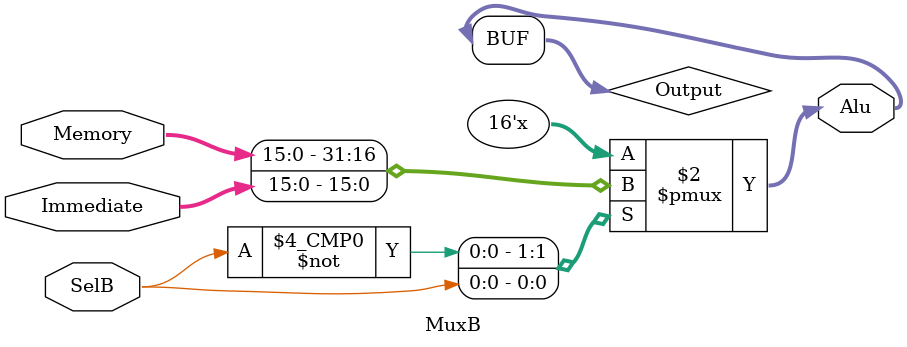
<source format=v>
`timescale 1ns / 1ps
module MuxB(
    input [15:0] Memory,
    input [15:0] Immediate,
    input SelB,
    output [15:0] Alu
    );

	 reg [15:0] Output;
	 assign Alu = Output;
	 
	 always @ (Memory or Immediate or SelB)
		case(SelB)
      2'd0: Output = Memory;
      2'd1: Output = Immediate;
      default: Output = 0;
      endcase

endmodule

</source>
